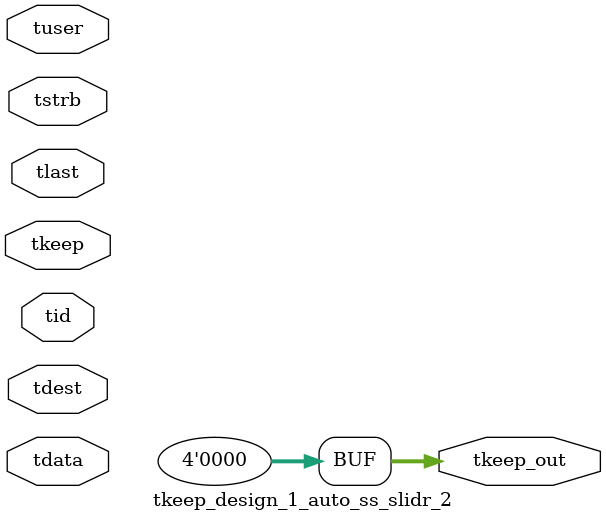
<source format=v>


`timescale 1ps/1ps

module tkeep_design_1_auto_ss_slidr_2 #
(
parameter C_S_AXIS_TDATA_WIDTH = 32,
parameter C_S_AXIS_TUSER_WIDTH = 0,
parameter C_S_AXIS_TID_WIDTH   = 0,
parameter C_S_AXIS_TDEST_WIDTH = 0,
parameter C_M_AXIS_TDATA_WIDTH = 32
)
(
input  [(C_S_AXIS_TDATA_WIDTH == 0 ? 1 : C_S_AXIS_TDATA_WIDTH)-1:0     ] tdata,
input  [(C_S_AXIS_TUSER_WIDTH == 0 ? 1 : C_S_AXIS_TUSER_WIDTH)-1:0     ] tuser,
input  [(C_S_AXIS_TID_WIDTH   == 0 ? 1 : C_S_AXIS_TID_WIDTH)-1:0       ] tid,
input  [(C_S_AXIS_TDEST_WIDTH == 0 ? 1 : C_S_AXIS_TDEST_WIDTH)-1:0     ] tdest,
input  [(C_S_AXIS_TDATA_WIDTH/8)-1:0 ] tkeep,
input  [(C_S_AXIS_TDATA_WIDTH/8)-1:0 ] tstrb,
input                                                                    tlast,
output [(C_M_AXIS_TDATA_WIDTH/8)-1:0 ] tkeep_out
);

assign tkeep_out = {1'b0};

endmodule


</source>
